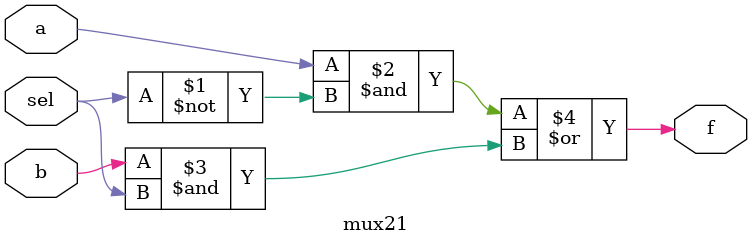
<source format=v>
module mux21 (
    input  wire a,
    input  wire b,
    input  wire sel,
    output wire f
);
    assign f = (a & ~sel) | (b & sel);
endmodule

</source>
